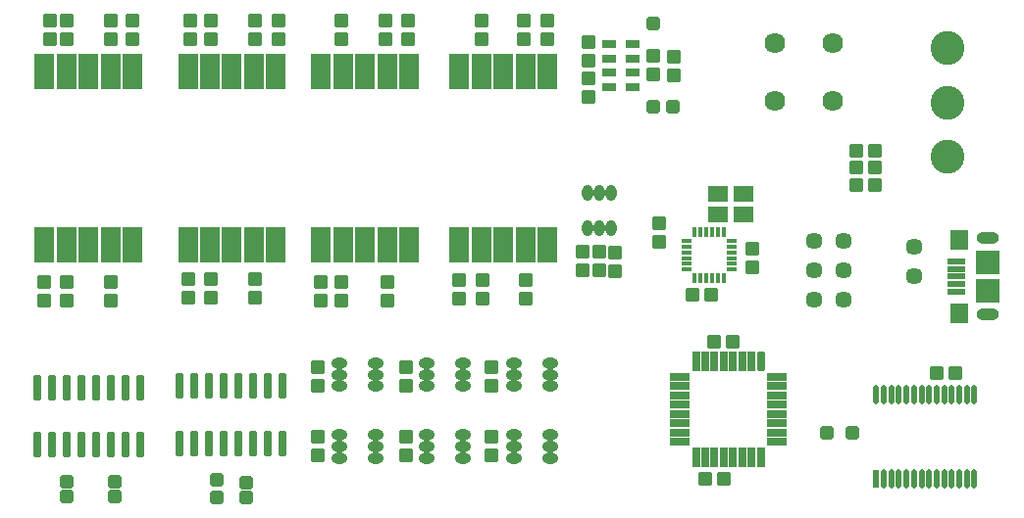
<source format=gts>
G04*
G04 #@! TF.GenerationSoftware,Altium Limited,Altium Designer,21.0.8 (223)*
G04*
G04 Layer_Color=8388736*
%FSLAX25Y25*%
%MOIN*%
G70*
G04*
G04 #@! TF.SameCoordinates,C5FB228B-B928-4E51-BBFA-540A54714D63*
G04*
G04*
G04 #@! TF.FilePolarity,Negative*
G04*
G01*
G75*
%ADD18R,0.06890X0.02756*%
%ADD19R,0.02756X0.06890*%
G04:AMPARAMS|DCode=20|XSize=68.9mil|YSize=27.56mil|CornerRadius=8.37mil|HoleSize=0mil|Usage=FLASHONLY|Rotation=270.000|XOffset=0mil|YOffset=0mil|HoleType=Round|Shape=RoundedRectangle|*
%AMROUNDEDRECTD20*
21,1,0.06890,0.01083,0,0,270.0*
21,1,0.05217,0.02756,0,0,270.0*
1,1,0.01673,-0.00541,-0.02608*
1,1,0.01673,-0.00541,0.02608*
1,1,0.01673,0.00541,0.02608*
1,1,0.01673,0.00541,-0.02608*
%
%ADD20ROUNDEDRECTD20*%
G04:AMPARAMS|DCode=21|XSize=45.28mil|YSize=45.28mil|CornerRadius=6.89mil|HoleSize=0mil|Usage=FLASHONLY|Rotation=90.000|XOffset=0mil|YOffset=0mil|HoleType=Round|Shape=RoundedRectangle|*
%AMROUNDEDRECTD21*
21,1,0.04528,0.03150,0,0,90.0*
21,1,0.03150,0.04528,0,0,90.0*
1,1,0.01378,0.01575,0.01575*
1,1,0.01378,0.01575,-0.01575*
1,1,0.01378,-0.01575,-0.01575*
1,1,0.01378,-0.01575,0.01575*
%
%ADD21ROUNDEDRECTD21*%
G04:AMPARAMS|DCode=22|XSize=45.28mil|YSize=45.28mil|CornerRadius=6.89mil|HoleSize=0mil|Usage=FLASHONLY|Rotation=180.000|XOffset=0mil|YOffset=0mil|HoleType=Round|Shape=RoundedRectangle|*
%AMROUNDEDRECTD22*
21,1,0.04528,0.03150,0,0,180.0*
21,1,0.03150,0.04528,0,0,180.0*
1,1,0.01378,-0.01575,0.01575*
1,1,0.01378,0.01575,0.01575*
1,1,0.01378,0.01575,-0.01575*
1,1,0.01378,-0.01575,-0.01575*
%
%ADD22ROUNDEDRECTD22*%
G04:AMPARAMS|DCode=23|XSize=49.21mil|YSize=45.28mil|CornerRadius=6.89mil|HoleSize=0mil|Usage=FLASHONLY|Rotation=90.000|XOffset=0mil|YOffset=0mil|HoleType=Round|Shape=RoundedRectangle|*
%AMROUNDEDRECTD23*
21,1,0.04921,0.03150,0,0,90.0*
21,1,0.03543,0.04528,0,0,90.0*
1,1,0.01378,0.01575,0.01772*
1,1,0.01378,0.01575,-0.01772*
1,1,0.01378,-0.01575,-0.01772*
1,1,0.01378,-0.01575,0.01772*
%
%ADD23ROUNDEDRECTD23*%
%ADD24O,0.02165X0.06496*%
%ADD25R,0.02165X0.06496*%
%ADD26R,0.03701X0.01614*%
%ADD27R,0.01614X0.03701*%
%ADD28R,0.05906X0.02165*%
%ADD29R,0.06102X0.06890*%
%ADD30R,0.08071X0.08071*%
G04:AMPARAMS|DCode=31|XSize=83.46mil|YSize=29.53mil|CornerRadius=5.91mil|HoleSize=0mil|Usage=FLASHONLY|Rotation=90.000|XOffset=0mil|YOffset=0mil|HoleType=Round|Shape=RoundedRectangle|*
%AMROUNDEDRECTD31*
21,1,0.08346,0.01772,0,0,90.0*
21,1,0.07165,0.02953,0,0,90.0*
1,1,0.01181,0.00886,0.03583*
1,1,0.01181,0.00886,-0.03583*
1,1,0.01181,-0.00886,-0.03583*
1,1,0.01181,-0.00886,0.03583*
%
%ADD31ROUNDEDRECTD31*%
%ADD32R,0.04891X0.02991*%
G04:AMPARAMS|DCode=33|XSize=49.21mil|YSize=45.28mil|CornerRadius=5.91mil|HoleSize=0mil|Usage=FLASHONLY|Rotation=0.000|XOffset=0mil|YOffset=0mil|HoleType=Round|Shape=RoundedRectangle|*
%AMROUNDEDRECTD33*
21,1,0.04921,0.03347,0,0,0.0*
21,1,0.03740,0.04528,0,0,0.0*
1,1,0.01181,0.01870,-0.01673*
1,1,0.01181,-0.01870,-0.01673*
1,1,0.01181,-0.01870,0.01673*
1,1,0.01181,0.01870,0.01673*
%
%ADD33ROUNDEDRECTD33*%
%ADD34R,0.07087X0.12402*%
%ADD35O,0.05512X0.03740*%
%ADD36O,0.03740X0.05512*%
G04:AMPARAMS|DCode=37|XSize=55.12mil|YSize=68.9mil|CornerRadius=7.87mil|HoleSize=0mil|Usage=FLASHONLY|Rotation=270.000|XOffset=0mil|YOffset=0mil|HoleType=Round|Shape=RoundedRectangle|*
%AMROUNDEDRECTD37*
21,1,0.05512,0.05315,0,0,270.0*
21,1,0.03937,0.06890,0,0,270.0*
1,1,0.01575,-0.02657,-0.01968*
1,1,0.01575,-0.02657,0.01968*
1,1,0.01575,0.02657,0.01968*
1,1,0.01575,0.02657,-0.01968*
%
%ADD37ROUNDEDRECTD37*%
G04:AMPARAMS|DCode=38|XSize=49.21mil|YSize=45.28mil|CornerRadius=6.89mil|HoleSize=0mil|Usage=FLASHONLY|Rotation=0.000|XOffset=0mil|YOffset=0mil|HoleType=Round|Shape=RoundedRectangle|*
%AMROUNDEDRECTD38*
21,1,0.04921,0.03150,0,0,0.0*
21,1,0.03543,0.04528,0,0,0.0*
1,1,0.01378,0.01772,-0.01575*
1,1,0.01378,-0.01772,-0.01575*
1,1,0.01378,-0.01772,0.01575*
1,1,0.01378,0.01772,0.01575*
%
%ADD38ROUNDEDRECTD38*%
%ADD39C,0.05709*%
%ADD40C,0.11516*%
%ADD41O,0.07677X0.04134*%
%ADD42C,0.07047*%
D18*
X257457Y45524D02*
D03*
Y42374D02*
D03*
Y39224D02*
D03*
Y36075D02*
D03*
Y32925D02*
D03*
Y29776D02*
D03*
Y26626D02*
D03*
Y23476D02*
D03*
X224543D02*
D03*
Y26626D02*
D03*
Y29776D02*
D03*
Y32925D02*
D03*
Y36075D02*
D03*
Y39224D02*
D03*
Y42374D02*
D03*
Y45524D02*
D03*
D19*
X252024Y18043D02*
D03*
X248874D02*
D03*
X245724D02*
D03*
X242575D02*
D03*
X239425D02*
D03*
X236276D02*
D03*
X233126D02*
D03*
X229976D02*
D03*
Y50957D02*
D03*
X233126D02*
D03*
X236276D02*
D03*
X239425D02*
D03*
X242575D02*
D03*
X245724D02*
D03*
X248874D02*
D03*
D20*
X252024D02*
D03*
D21*
X77000Y4500D02*
D03*
X67000D02*
D03*
Y10500D02*
D03*
X77000Y9500D02*
D03*
X32500Y5000D02*
D03*
X32573Y10000D02*
D03*
X16000Y5000D02*
D03*
Y10000D02*
D03*
X222000Y137500D02*
D03*
X215500D02*
D03*
Y166000D02*
D03*
D22*
X274500Y26500D02*
D03*
X283000D02*
D03*
D23*
X290650Y111000D02*
D03*
X284350D02*
D03*
X236201Y57500D02*
D03*
X242500D02*
D03*
X239500Y11000D02*
D03*
X233201D02*
D03*
X290650Y122500D02*
D03*
X284350D02*
D03*
Y117000D02*
D03*
X290650D02*
D03*
X318150Y47000D02*
D03*
X311850D02*
D03*
X235150Y73500D02*
D03*
X228850D02*
D03*
D24*
X324532Y39500D02*
D03*
X321972D02*
D03*
X319413D02*
D03*
X316854D02*
D03*
X314295D02*
D03*
X311736D02*
D03*
X309177D02*
D03*
X306618D02*
D03*
X304059D02*
D03*
X301500D02*
D03*
X298941D02*
D03*
X296382D02*
D03*
X293823D02*
D03*
X291264D02*
D03*
X324532Y10957D02*
D03*
X321972D02*
D03*
X319413D02*
D03*
X316854D02*
D03*
X314295D02*
D03*
X311736D02*
D03*
X309177D02*
D03*
X306618D02*
D03*
X304059D02*
D03*
X301500D02*
D03*
X298941D02*
D03*
X296382D02*
D03*
X293823D02*
D03*
D25*
X291264D02*
D03*
D26*
X226744Y91921D02*
D03*
Y89953D02*
D03*
Y87984D02*
D03*
Y86016D02*
D03*
Y84047D02*
D03*
Y82079D02*
D03*
X242256D02*
D03*
Y84047D02*
D03*
Y86016D02*
D03*
Y87984D02*
D03*
Y89953D02*
D03*
Y91921D02*
D03*
D27*
X229579Y79244D02*
D03*
X231547D02*
D03*
X233516D02*
D03*
X235484D02*
D03*
X237453D02*
D03*
X239421D02*
D03*
Y94756D02*
D03*
X237453D02*
D03*
X235484D02*
D03*
X233516D02*
D03*
X231547D02*
D03*
X229579D02*
D03*
D28*
X318528Y74606D02*
D03*
Y77165D02*
D03*
Y79724D02*
D03*
Y82284D02*
D03*
Y84842D02*
D03*
D29*
X319413Y67126D02*
D03*
Y92323D02*
D03*
D30*
X329059Y75000D02*
D03*
Y84449D02*
D03*
D31*
X6000Y22500D02*
D03*
X11000D02*
D03*
X16000D02*
D03*
X21000D02*
D03*
X26000D02*
D03*
X31000D02*
D03*
X36000D02*
D03*
X41000D02*
D03*
Y41988D02*
D03*
X36000D02*
D03*
X31000D02*
D03*
X26000D02*
D03*
X21000D02*
D03*
X16000D02*
D03*
X11000D02*
D03*
X6000D02*
D03*
X54500Y23000D02*
D03*
X59500D02*
D03*
X64500D02*
D03*
X69500D02*
D03*
X74500D02*
D03*
X79500D02*
D03*
X84500D02*
D03*
X89500D02*
D03*
Y42488D02*
D03*
X84500D02*
D03*
X79500D02*
D03*
X74500D02*
D03*
X69500D02*
D03*
X64500D02*
D03*
X59500D02*
D03*
X54500D02*
D03*
D32*
X208450Y158882D02*
D03*
Y153961D02*
D03*
Y149039D02*
D03*
Y144118D02*
D03*
X200550D02*
D03*
Y149039D02*
D03*
Y153961D02*
D03*
Y158882D02*
D03*
D33*
X101399Y19000D02*
D03*
Y25299D02*
D03*
X101500Y42435D02*
D03*
Y48735D02*
D03*
X131476Y25299D02*
D03*
Y19000D02*
D03*
Y49000D02*
D03*
Y42701D02*
D03*
X160500Y19000D02*
D03*
Y25299D02*
D03*
Y42701D02*
D03*
Y49000D02*
D03*
X157000Y160500D02*
D03*
Y166799D02*
D03*
X109500Y160500D02*
D03*
Y166799D02*
D03*
X149500Y78500D02*
D03*
Y72201D02*
D03*
X102500Y78000D02*
D03*
Y71701D02*
D03*
X157500Y78500D02*
D03*
Y72201D02*
D03*
X109500Y78000D02*
D03*
Y71701D02*
D03*
X172000Y78500D02*
D03*
Y72201D02*
D03*
X125000Y78000D02*
D03*
Y71701D02*
D03*
X179500Y160500D02*
D03*
Y166799D02*
D03*
X132000Y160500D02*
D03*
Y166799D02*
D03*
X171500Y160500D02*
D03*
Y166799D02*
D03*
X124500Y160500D02*
D03*
Y166799D02*
D03*
X58000Y160500D02*
D03*
Y166799D02*
D03*
X65000Y160500D02*
D03*
Y166799D02*
D03*
X57500Y79000D02*
D03*
Y72701D02*
D03*
X65280Y79000D02*
D03*
Y72701D02*
D03*
X80000Y79000D02*
D03*
Y72701D02*
D03*
X88000Y160500D02*
D03*
Y166799D02*
D03*
X80000Y160500D02*
D03*
Y166799D02*
D03*
X10500Y160500D02*
D03*
Y166799D02*
D03*
X16000Y160500D02*
D03*
Y166799D02*
D03*
X8500Y78000D02*
D03*
Y71701D02*
D03*
X16000Y78000D02*
D03*
Y71701D02*
D03*
X31000Y78000D02*
D03*
Y71701D02*
D03*
X38500Y160500D02*
D03*
Y166799D02*
D03*
X31000Y160500D02*
D03*
Y166799D02*
D03*
X217500Y98000D02*
D03*
Y91701D02*
D03*
X215500Y154799D02*
D03*
Y148500D02*
D03*
X222500Y154500D02*
D03*
Y148201D02*
D03*
X191544Y81898D02*
D03*
Y88197D02*
D03*
X197044Y81898D02*
D03*
Y88197D02*
D03*
X202544Y81697D02*
D03*
Y87996D02*
D03*
D34*
X149539Y90472D02*
D03*
X157020D02*
D03*
X164500D02*
D03*
X171980D02*
D03*
X179461D02*
D03*
Y149528D02*
D03*
X171980D02*
D03*
X164500D02*
D03*
X157020D02*
D03*
X149539D02*
D03*
X102539Y90472D02*
D03*
X110020D02*
D03*
X117500D02*
D03*
X124980D02*
D03*
X132461D02*
D03*
Y149528D02*
D03*
X124980D02*
D03*
X117500D02*
D03*
X110020D02*
D03*
X102539D02*
D03*
X57307Y90472D02*
D03*
X64787D02*
D03*
X72267D02*
D03*
X79748D02*
D03*
X87228D02*
D03*
Y149528D02*
D03*
X79748D02*
D03*
X72267D02*
D03*
X64787D02*
D03*
X57307D02*
D03*
X8539Y90472D02*
D03*
X16020D02*
D03*
X23500D02*
D03*
X30980D02*
D03*
X38461D02*
D03*
Y149528D02*
D03*
X30980D02*
D03*
X23500D02*
D03*
X16020D02*
D03*
X8539D02*
D03*
D35*
X121001Y25822D02*
D03*
Y21885D02*
D03*
Y17948D02*
D03*
X108796D02*
D03*
Y21885D02*
D03*
Y25822D02*
D03*
X121001Y50309D02*
D03*
Y46372D02*
D03*
Y42435D02*
D03*
X108796D02*
D03*
Y46372D02*
D03*
Y50309D02*
D03*
X150784Y25822D02*
D03*
Y21885D02*
D03*
Y17948D02*
D03*
X138579D02*
D03*
Y21885D02*
D03*
Y25822D02*
D03*
X150784Y50309D02*
D03*
Y46372D02*
D03*
Y42435D02*
D03*
X138579D02*
D03*
Y46372D02*
D03*
Y50309D02*
D03*
X180308Y25822D02*
D03*
Y21885D02*
D03*
Y17948D02*
D03*
X168103D02*
D03*
Y21885D02*
D03*
Y25822D02*
D03*
X180308Y50309D02*
D03*
Y46372D02*
D03*
Y42435D02*
D03*
X168103D02*
D03*
Y46372D02*
D03*
Y50309D02*
D03*
D36*
X200981Y96095D02*
D03*
X197044D02*
D03*
X193107D02*
D03*
Y108299D02*
D03*
X197044D02*
D03*
X200981D02*
D03*
D37*
X237500Y108024D02*
D03*
Y100976D02*
D03*
X246000Y108024D02*
D03*
Y100976D02*
D03*
D38*
X249000Y82850D02*
D03*
Y89150D02*
D03*
X193500Y147299D02*
D03*
Y141000D02*
D03*
Y153350D02*
D03*
Y159650D02*
D03*
D39*
X280000Y82000D02*
D03*
X270000D02*
D03*
X280000Y92000D02*
D03*
X270000D02*
D03*
X304000Y80000D02*
D03*
Y90000D02*
D03*
X270000Y72000D02*
D03*
X280000D02*
D03*
D40*
X315500Y120496D02*
D03*
Y139000D02*
D03*
Y157504D02*
D03*
D41*
X329061Y92716D02*
D03*
Y66732D02*
D03*
D42*
X276343Y159343D02*
D03*
Y139657D02*
D03*
X256658D02*
D03*
Y159343D02*
D03*
M02*

</source>
